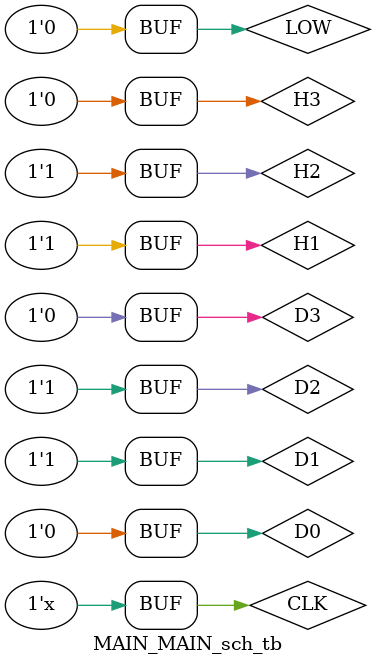
<source format=v>

`timescale 1ns / 1ps

module MAIN_MAIN_sch_tb();

// Inputs
   reg H3;
   reg H2;
   reg H1;
   reg LOW;
   reg D3;
   reg D2;
   reg D1;
   reg D0;
   reg CLK;

// Output
   wire A_OUT;
   wire AA_OUT;
   wire B_OUT;
   wire CC_OUT;
   wire C_OUT;
   wire BB_OUT;

// Bidirs

// Instantiate the UUT
   MAIN UUT (
		.H3(H3), 
		.H2(H2), 
		.H1(H1), 
		.A_OUT(A_OUT), 
		.AA_OUT(AA_OUT), 
		.B_OUT(B_OUT), 
		.CC_OUT(CC_OUT), 
		.C_OUT(C_OUT), 
		.BB_OUT(BB_OUT), 
		.LOW(LOW), 
		.D3(D3), 
		.D2(D2), 
		.D1(D1), 
		.D0(D0), 
		.CLK(CLK)
   );
// Initialize Inputs
       initial begin
		LOW = 0;
		H3 = 0;
		H2 = 0;
		H1 = 0;
		D3 = 0;
		D2 = 1;
		D1 = 1;
		D0 = 0;
		CLK=1;
		
   end
	always begin
	#20;
	CLK=~CLK;
	end
	always begin
	H1=1;
	#2000;
	H1=0;
	#3000;
	H1=1;
	#1000;	
	end
	always begin
	H2=0;
	#3000;
	H2=1;
	#3000;
	end
	always begin
	H3=0;
	#1000;
	H3=1;
	#3000;
	H3=0;
	#2000;
	end
endmodule

</source>
